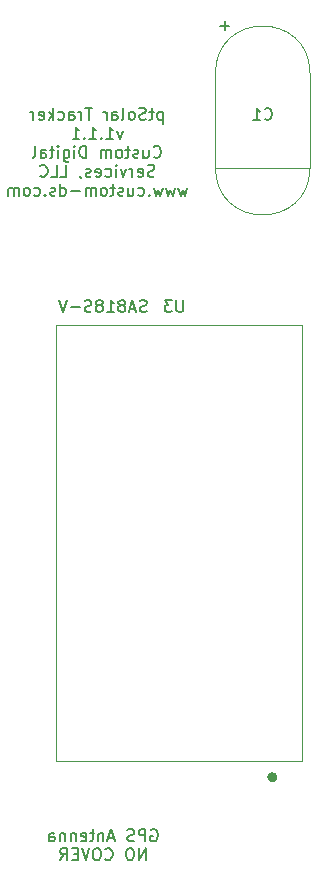
<source format=gbr>
%TF.GenerationSoftware,KiCad,Pcbnew,9.0.0*%
%TF.CreationDate,2025-03-01T12:53:57-06:00*%
%TF.ProjectId,ptSolar,7074536f-6c61-4722-9e6b-696361645f70,rev?*%
%TF.SameCoordinates,Original*%
%TF.FileFunction,Legend,Bot*%
%TF.FilePolarity,Positive*%
%FSLAX46Y46*%
G04 Gerber Fmt 4.6, Leading zero omitted, Abs format (unit mm)*
G04 Created by KiCad (PCBNEW 9.0.0) date 2025-03-01 12:53:57*
%MOMM*%
%LPD*%
G01*
G04 APERTURE LIST*
%ADD10C,0.150000*%
%ADD11C,0.100000*%
%ADD12C,0.450000*%
G04 APERTURE END LIST*
D10*
X151797620Y-76013376D02*
X151797620Y-77013376D01*
X151797620Y-76060995D02*
X151702382Y-76013376D01*
X151702382Y-76013376D02*
X151511906Y-76013376D01*
X151511906Y-76013376D02*
X151416668Y-76060995D01*
X151416668Y-76060995D02*
X151369049Y-76108614D01*
X151369049Y-76108614D02*
X151321430Y-76203852D01*
X151321430Y-76203852D02*
X151321430Y-76489566D01*
X151321430Y-76489566D02*
X151369049Y-76584804D01*
X151369049Y-76584804D02*
X151416668Y-76632424D01*
X151416668Y-76632424D02*
X151511906Y-76680043D01*
X151511906Y-76680043D02*
X151702382Y-76680043D01*
X151702382Y-76680043D02*
X151797620Y-76632424D01*
X151035715Y-76013376D02*
X150654763Y-76013376D01*
X150892858Y-75680043D02*
X150892858Y-76537185D01*
X150892858Y-76537185D02*
X150845239Y-76632424D01*
X150845239Y-76632424D02*
X150750001Y-76680043D01*
X150750001Y-76680043D02*
X150654763Y-76680043D01*
X150369048Y-76632424D02*
X150226191Y-76680043D01*
X150226191Y-76680043D02*
X149988096Y-76680043D01*
X149988096Y-76680043D02*
X149892858Y-76632424D01*
X149892858Y-76632424D02*
X149845239Y-76584804D01*
X149845239Y-76584804D02*
X149797620Y-76489566D01*
X149797620Y-76489566D02*
X149797620Y-76394328D01*
X149797620Y-76394328D02*
X149845239Y-76299090D01*
X149845239Y-76299090D02*
X149892858Y-76251471D01*
X149892858Y-76251471D02*
X149988096Y-76203852D01*
X149988096Y-76203852D02*
X150178572Y-76156233D01*
X150178572Y-76156233D02*
X150273810Y-76108614D01*
X150273810Y-76108614D02*
X150321429Y-76060995D01*
X150321429Y-76060995D02*
X150369048Y-75965757D01*
X150369048Y-75965757D02*
X150369048Y-75870519D01*
X150369048Y-75870519D02*
X150321429Y-75775281D01*
X150321429Y-75775281D02*
X150273810Y-75727662D01*
X150273810Y-75727662D02*
X150178572Y-75680043D01*
X150178572Y-75680043D02*
X149940477Y-75680043D01*
X149940477Y-75680043D02*
X149797620Y-75727662D01*
X149226191Y-76680043D02*
X149321429Y-76632424D01*
X149321429Y-76632424D02*
X149369048Y-76584804D01*
X149369048Y-76584804D02*
X149416667Y-76489566D01*
X149416667Y-76489566D02*
X149416667Y-76203852D01*
X149416667Y-76203852D02*
X149369048Y-76108614D01*
X149369048Y-76108614D02*
X149321429Y-76060995D01*
X149321429Y-76060995D02*
X149226191Y-76013376D01*
X149226191Y-76013376D02*
X149083334Y-76013376D01*
X149083334Y-76013376D02*
X148988096Y-76060995D01*
X148988096Y-76060995D02*
X148940477Y-76108614D01*
X148940477Y-76108614D02*
X148892858Y-76203852D01*
X148892858Y-76203852D02*
X148892858Y-76489566D01*
X148892858Y-76489566D02*
X148940477Y-76584804D01*
X148940477Y-76584804D02*
X148988096Y-76632424D01*
X148988096Y-76632424D02*
X149083334Y-76680043D01*
X149083334Y-76680043D02*
X149226191Y-76680043D01*
X148321429Y-76680043D02*
X148416667Y-76632424D01*
X148416667Y-76632424D02*
X148464286Y-76537185D01*
X148464286Y-76537185D02*
X148464286Y-75680043D01*
X147511905Y-76680043D02*
X147511905Y-76156233D01*
X147511905Y-76156233D02*
X147559524Y-76060995D01*
X147559524Y-76060995D02*
X147654762Y-76013376D01*
X147654762Y-76013376D02*
X147845238Y-76013376D01*
X147845238Y-76013376D02*
X147940476Y-76060995D01*
X147511905Y-76632424D02*
X147607143Y-76680043D01*
X147607143Y-76680043D02*
X147845238Y-76680043D01*
X147845238Y-76680043D02*
X147940476Y-76632424D01*
X147940476Y-76632424D02*
X147988095Y-76537185D01*
X147988095Y-76537185D02*
X147988095Y-76441947D01*
X147988095Y-76441947D02*
X147940476Y-76346709D01*
X147940476Y-76346709D02*
X147845238Y-76299090D01*
X147845238Y-76299090D02*
X147607143Y-76299090D01*
X147607143Y-76299090D02*
X147511905Y-76251471D01*
X147035714Y-76680043D02*
X147035714Y-76013376D01*
X147035714Y-76203852D02*
X146988095Y-76108614D01*
X146988095Y-76108614D02*
X146940476Y-76060995D01*
X146940476Y-76060995D02*
X146845238Y-76013376D01*
X146845238Y-76013376D02*
X146750000Y-76013376D01*
X145797618Y-75680043D02*
X145226190Y-75680043D01*
X145511904Y-76680043D02*
X145511904Y-75680043D01*
X144892856Y-76680043D02*
X144892856Y-76013376D01*
X144892856Y-76203852D02*
X144845237Y-76108614D01*
X144845237Y-76108614D02*
X144797618Y-76060995D01*
X144797618Y-76060995D02*
X144702380Y-76013376D01*
X144702380Y-76013376D02*
X144607142Y-76013376D01*
X143845237Y-76680043D02*
X143845237Y-76156233D01*
X143845237Y-76156233D02*
X143892856Y-76060995D01*
X143892856Y-76060995D02*
X143988094Y-76013376D01*
X143988094Y-76013376D02*
X144178570Y-76013376D01*
X144178570Y-76013376D02*
X144273808Y-76060995D01*
X143845237Y-76632424D02*
X143940475Y-76680043D01*
X143940475Y-76680043D02*
X144178570Y-76680043D01*
X144178570Y-76680043D02*
X144273808Y-76632424D01*
X144273808Y-76632424D02*
X144321427Y-76537185D01*
X144321427Y-76537185D02*
X144321427Y-76441947D01*
X144321427Y-76441947D02*
X144273808Y-76346709D01*
X144273808Y-76346709D02*
X144178570Y-76299090D01*
X144178570Y-76299090D02*
X143940475Y-76299090D01*
X143940475Y-76299090D02*
X143845237Y-76251471D01*
X142940475Y-76632424D02*
X143035713Y-76680043D01*
X143035713Y-76680043D02*
X143226189Y-76680043D01*
X143226189Y-76680043D02*
X143321427Y-76632424D01*
X143321427Y-76632424D02*
X143369046Y-76584804D01*
X143369046Y-76584804D02*
X143416665Y-76489566D01*
X143416665Y-76489566D02*
X143416665Y-76203852D01*
X143416665Y-76203852D02*
X143369046Y-76108614D01*
X143369046Y-76108614D02*
X143321427Y-76060995D01*
X143321427Y-76060995D02*
X143226189Y-76013376D01*
X143226189Y-76013376D02*
X143035713Y-76013376D01*
X143035713Y-76013376D02*
X142940475Y-76060995D01*
X142511903Y-76680043D02*
X142511903Y-75680043D01*
X142416665Y-76299090D02*
X142130951Y-76680043D01*
X142130951Y-76013376D02*
X142511903Y-76394328D01*
X141321427Y-76632424D02*
X141416665Y-76680043D01*
X141416665Y-76680043D02*
X141607141Y-76680043D01*
X141607141Y-76680043D02*
X141702379Y-76632424D01*
X141702379Y-76632424D02*
X141749998Y-76537185D01*
X141749998Y-76537185D02*
X141749998Y-76156233D01*
X141749998Y-76156233D02*
X141702379Y-76060995D01*
X141702379Y-76060995D02*
X141607141Y-76013376D01*
X141607141Y-76013376D02*
X141416665Y-76013376D01*
X141416665Y-76013376D02*
X141321427Y-76060995D01*
X141321427Y-76060995D02*
X141273808Y-76156233D01*
X141273808Y-76156233D02*
X141273808Y-76251471D01*
X141273808Y-76251471D02*
X141749998Y-76346709D01*
X140845236Y-76680043D02*
X140845236Y-76013376D01*
X140845236Y-76203852D02*
X140797617Y-76108614D01*
X140797617Y-76108614D02*
X140749998Y-76060995D01*
X140749998Y-76060995D02*
X140654760Y-76013376D01*
X140654760Y-76013376D02*
X140559522Y-76013376D01*
X148392856Y-77623320D02*
X148154761Y-78289987D01*
X148154761Y-78289987D02*
X147916666Y-77623320D01*
X147011904Y-78289987D02*
X147583332Y-78289987D01*
X147297618Y-78289987D02*
X147297618Y-77289987D01*
X147297618Y-77289987D02*
X147392856Y-77432844D01*
X147392856Y-77432844D02*
X147488094Y-77528082D01*
X147488094Y-77528082D02*
X147583332Y-77575701D01*
X146583332Y-78194748D02*
X146535713Y-78242368D01*
X146535713Y-78242368D02*
X146583332Y-78289987D01*
X146583332Y-78289987D02*
X146630951Y-78242368D01*
X146630951Y-78242368D02*
X146583332Y-78194748D01*
X146583332Y-78194748D02*
X146583332Y-78289987D01*
X145583333Y-78289987D02*
X146154761Y-78289987D01*
X145869047Y-78289987D02*
X145869047Y-77289987D01*
X145869047Y-77289987D02*
X145964285Y-77432844D01*
X145964285Y-77432844D02*
X146059523Y-77528082D01*
X146059523Y-77528082D02*
X146154761Y-77575701D01*
X145154761Y-78194748D02*
X145107142Y-78242368D01*
X145107142Y-78242368D02*
X145154761Y-78289987D01*
X145154761Y-78289987D02*
X145202380Y-78242368D01*
X145202380Y-78242368D02*
X145154761Y-78194748D01*
X145154761Y-78194748D02*
X145154761Y-78289987D01*
X144154762Y-78289987D02*
X144726190Y-78289987D01*
X144440476Y-78289987D02*
X144440476Y-77289987D01*
X144440476Y-77289987D02*
X144535714Y-77432844D01*
X144535714Y-77432844D02*
X144630952Y-77528082D01*
X144630952Y-77528082D02*
X144726190Y-77575701D01*
X151011905Y-79804692D02*
X151059524Y-79852312D01*
X151059524Y-79852312D02*
X151202381Y-79899931D01*
X151202381Y-79899931D02*
X151297619Y-79899931D01*
X151297619Y-79899931D02*
X151440476Y-79852312D01*
X151440476Y-79852312D02*
X151535714Y-79757073D01*
X151535714Y-79757073D02*
X151583333Y-79661835D01*
X151583333Y-79661835D02*
X151630952Y-79471359D01*
X151630952Y-79471359D02*
X151630952Y-79328502D01*
X151630952Y-79328502D02*
X151583333Y-79138026D01*
X151583333Y-79138026D02*
X151535714Y-79042788D01*
X151535714Y-79042788D02*
X151440476Y-78947550D01*
X151440476Y-78947550D02*
X151297619Y-78899931D01*
X151297619Y-78899931D02*
X151202381Y-78899931D01*
X151202381Y-78899931D02*
X151059524Y-78947550D01*
X151059524Y-78947550D02*
X151011905Y-78995169D01*
X150154762Y-79233264D02*
X150154762Y-79899931D01*
X150583333Y-79233264D02*
X150583333Y-79757073D01*
X150583333Y-79757073D02*
X150535714Y-79852312D01*
X150535714Y-79852312D02*
X150440476Y-79899931D01*
X150440476Y-79899931D02*
X150297619Y-79899931D01*
X150297619Y-79899931D02*
X150202381Y-79852312D01*
X150202381Y-79852312D02*
X150154762Y-79804692D01*
X149726190Y-79852312D02*
X149630952Y-79899931D01*
X149630952Y-79899931D02*
X149440476Y-79899931D01*
X149440476Y-79899931D02*
X149345238Y-79852312D01*
X149345238Y-79852312D02*
X149297619Y-79757073D01*
X149297619Y-79757073D02*
X149297619Y-79709454D01*
X149297619Y-79709454D02*
X149345238Y-79614216D01*
X149345238Y-79614216D02*
X149440476Y-79566597D01*
X149440476Y-79566597D02*
X149583333Y-79566597D01*
X149583333Y-79566597D02*
X149678571Y-79518978D01*
X149678571Y-79518978D02*
X149726190Y-79423740D01*
X149726190Y-79423740D02*
X149726190Y-79376121D01*
X149726190Y-79376121D02*
X149678571Y-79280883D01*
X149678571Y-79280883D02*
X149583333Y-79233264D01*
X149583333Y-79233264D02*
X149440476Y-79233264D01*
X149440476Y-79233264D02*
X149345238Y-79280883D01*
X149011904Y-79233264D02*
X148630952Y-79233264D01*
X148869047Y-78899931D02*
X148869047Y-79757073D01*
X148869047Y-79757073D02*
X148821428Y-79852312D01*
X148821428Y-79852312D02*
X148726190Y-79899931D01*
X148726190Y-79899931D02*
X148630952Y-79899931D01*
X148154761Y-79899931D02*
X148249999Y-79852312D01*
X148249999Y-79852312D02*
X148297618Y-79804692D01*
X148297618Y-79804692D02*
X148345237Y-79709454D01*
X148345237Y-79709454D02*
X148345237Y-79423740D01*
X148345237Y-79423740D02*
X148297618Y-79328502D01*
X148297618Y-79328502D02*
X148249999Y-79280883D01*
X148249999Y-79280883D02*
X148154761Y-79233264D01*
X148154761Y-79233264D02*
X148011904Y-79233264D01*
X148011904Y-79233264D02*
X147916666Y-79280883D01*
X147916666Y-79280883D02*
X147869047Y-79328502D01*
X147869047Y-79328502D02*
X147821428Y-79423740D01*
X147821428Y-79423740D02*
X147821428Y-79709454D01*
X147821428Y-79709454D02*
X147869047Y-79804692D01*
X147869047Y-79804692D02*
X147916666Y-79852312D01*
X147916666Y-79852312D02*
X148011904Y-79899931D01*
X148011904Y-79899931D02*
X148154761Y-79899931D01*
X147392856Y-79899931D02*
X147392856Y-79233264D01*
X147392856Y-79328502D02*
X147345237Y-79280883D01*
X147345237Y-79280883D02*
X147249999Y-79233264D01*
X147249999Y-79233264D02*
X147107142Y-79233264D01*
X147107142Y-79233264D02*
X147011904Y-79280883D01*
X147011904Y-79280883D02*
X146964285Y-79376121D01*
X146964285Y-79376121D02*
X146964285Y-79899931D01*
X146964285Y-79376121D02*
X146916666Y-79280883D01*
X146916666Y-79280883D02*
X146821428Y-79233264D01*
X146821428Y-79233264D02*
X146678571Y-79233264D01*
X146678571Y-79233264D02*
X146583332Y-79280883D01*
X146583332Y-79280883D02*
X146535713Y-79376121D01*
X146535713Y-79376121D02*
X146535713Y-79899931D01*
X145297618Y-79899931D02*
X145297618Y-78899931D01*
X145297618Y-78899931D02*
X145059523Y-78899931D01*
X145059523Y-78899931D02*
X144916666Y-78947550D01*
X144916666Y-78947550D02*
X144821428Y-79042788D01*
X144821428Y-79042788D02*
X144773809Y-79138026D01*
X144773809Y-79138026D02*
X144726190Y-79328502D01*
X144726190Y-79328502D02*
X144726190Y-79471359D01*
X144726190Y-79471359D02*
X144773809Y-79661835D01*
X144773809Y-79661835D02*
X144821428Y-79757073D01*
X144821428Y-79757073D02*
X144916666Y-79852312D01*
X144916666Y-79852312D02*
X145059523Y-79899931D01*
X145059523Y-79899931D02*
X145297618Y-79899931D01*
X144297618Y-79899931D02*
X144297618Y-79233264D01*
X144297618Y-78899931D02*
X144345237Y-78947550D01*
X144345237Y-78947550D02*
X144297618Y-78995169D01*
X144297618Y-78995169D02*
X144249999Y-78947550D01*
X144249999Y-78947550D02*
X144297618Y-78899931D01*
X144297618Y-78899931D02*
X144297618Y-78995169D01*
X143392857Y-79233264D02*
X143392857Y-80042788D01*
X143392857Y-80042788D02*
X143440476Y-80138026D01*
X143440476Y-80138026D02*
X143488095Y-80185645D01*
X143488095Y-80185645D02*
X143583333Y-80233264D01*
X143583333Y-80233264D02*
X143726190Y-80233264D01*
X143726190Y-80233264D02*
X143821428Y-80185645D01*
X143392857Y-79852312D02*
X143488095Y-79899931D01*
X143488095Y-79899931D02*
X143678571Y-79899931D01*
X143678571Y-79899931D02*
X143773809Y-79852312D01*
X143773809Y-79852312D02*
X143821428Y-79804692D01*
X143821428Y-79804692D02*
X143869047Y-79709454D01*
X143869047Y-79709454D02*
X143869047Y-79423740D01*
X143869047Y-79423740D02*
X143821428Y-79328502D01*
X143821428Y-79328502D02*
X143773809Y-79280883D01*
X143773809Y-79280883D02*
X143678571Y-79233264D01*
X143678571Y-79233264D02*
X143488095Y-79233264D01*
X143488095Y-79233264D02*
X143392857Y-79280883D01*
X142916666Y-79899931D02*
X142916666Y-79233264D01*
X142916666Y-78899931D02*
X142964285Y-78947550D01*
X142964285Y-78947550D02*
X142916666Y-78995169D01*
X142916666Y-78995169D02*
X142869047Y-78947550D01*
X142869047Y-78947550D02*
X142916666Y-78899931D01*
X142916666Y-78899931D02*
X142916666Y-78995169D01*
X142583333Y-79233264D02*
X142202381Y-79233264D01*
X142440476Y-78899931D02*
X142440476Y-79757073D01*
X142440476Y-79757073D02*
X142392857Y-79852312D01*
X142392857Y-79852312D02*
X142297619Y-79899931D01*
X142297619Y-79899931D02*
X142202381Y-79899931D01*
X141440476Y-79899931D02*
X141440476Y-79376121D01*
X141440476Y-79376121D02*
X141488095Y-79280883D01*
X141488095Y-79280883D02*
X141583333Y-79233264D01*
X141583333Y-79233264D02*
X141773809Y-79233264D01*
X141773809Y-79233264D02*
X141869047Y-79280883D01*
X141440476Y-79852312D02*
X141535714Y-79899931D01*
X141535714Y-79899931D02*
X141773809Y-79899931D01*
X141773809Y-79899931D02*
X141869047Y-79852312D01*
X141869047Y-79852312D02*
X141916666Y-79757073D01*
X141916666Y-79757073D02*
X141916666Y-79661835D01*
X141916666Y-79661835D02*
X141869047Y-79566597D01*
X141869047Y-79566597D02*
X141773809Y-79518978D01*
X141773809Y-79518978D02*
X141535714Y-79518978D01*
X141535714Y-79518978D02*
X141440476Y-79471359D01*
X140821428Y-79899931D02*
X140916666Y-79852312D01*
X140916666Y-79852312D02*
X140964285Y-79757073D01*
X140964285Y-79757073D02*
X140964285Y-78899931D01*
X151083333Y-81462256D02*
X150940476Y-81509875D01*
X150940476Y-81509875D02*
X150702381Y-81509875D01*
X150702381Y-81509875D02*
X150607143Y-81462256D01*
X150607143Y-81462256D02*
X150559524Y-81414636D01*
X150559524Y-81414636D02*
X150511905Y-81319398D01*
X150511905Y-81319398D02*
X150511905Y-81224160D01*
X150511905Y-81224160D02*
X150559524Y-81128922D01*
X150559524Y-81128922D02*
X150607143Y-81081303D01*
X150607143Y-81081303D02*
X150702381Y-81033684D01*
X150702381Y-81033684D02*
X150892857Y-80986065D01*
X150892857Y-80986065D02*
X150988095Y-80938446D01*
X150988095Y-80938446D02*
X151035714Y-80890827D01*
X151035714Y-80890827D02*
X151083333Y-80795589D01*
X151083333Y-80795589D02*
X151083333Y-80700351D01*
X151083333Y-80700351D02*
X151035714Y-80605113D01*
X151035714Y-80605113D02*
X150988095Y-80557494D01*
X150988095Y-80557494D02*
X150892857Y-80509875D01*
X150892857Y-80509875D02*
X150654762Y-80509875D01*
X150654762Y-80509875D02*
X150511905Y-80557494D01*
X149702381Y-81462256D02*
X149797619Y-81509875D01*
X149797619Y-81509875D02*
X149988095Y-81509875D01*
X149988095Y-81509875D02*
X150083333Y-81462256D01*
X150083333Y-81462256D02*
X150130952Y-81367017D01*
X150130952Y-81367017D02*
X150130952Y-80986065D01*
X150130952Y-80986065D02*
X150083333Y-80890827D01*
X150083333Y-80890827D02*
X149988095Y-80843208D01*
X149988095Y-80843208D02*
X149797619Y-80843208D01*
X149797619Y-80843208D02*
X149702381Y-80890827D01*
X149702381Y-80890827D02*
X149654762Y-80986065D01*
X149654762Y-80986065D02*
X149654762Y-81081303D01*
X149654762Y-81081303D02*
X150130952Y-81176541D01*
X149226190Y-81509875D02*
X149226190Y-80843208D01*
X149226190Y-81033684D02*
X149178571Y-80938446D01*
X149178571Y-80938446D02*
X149130952Y-80890827D01*
X149130952Y-80890827D02*
X149035714Y-80843208D01*
X149035714Y-80843208D02*
X148940476Y-80843208D01*
X148702380Y-80843208D02*
X148464285Y-81509875D01*
X148464285Y-81509875D02*
X148226190Y-80843208D01*
X147845237Y-81509875D02*
X147845237Y-80843208D01*
X147845237Y-80509875D02*
X147892856Y-80557494D01*
X147892856Y-80557494D02*
X147845237Y-80605113D01*
X147845237Y-80605113D02*
X147797618Y-80557494D01*
X147797618Y-80557494D02*
X147845237Y-80509875D01*
X147845237Y-80509875D02*
X147845237Y-80605113D01*
X146940476Y-81462256D02*
X147035714Y-81509875D01*
X147035714Y-81509875D02*
X147226190Y-81509875D01*
X147226190Y-81509875D02*
X147321428Y-81462256D01*
X147321428Y-81462256D02*
X147369047Y-81414636D01*
X147369047Y-81414636D02*
X147416666Y-81319398D01*
X147416666Y-81319398D02*
X147416666Y-81033684D01*
X147416666Y-81033684D02*
X147369047Y-80938446D01*
X147369047Y-80938446D02*
X147321428Y-80890827D01*
X147321428Y-80890827D02*
X147226190Y-80843208D01*
X147226190Y-80843208D02*
X147035714Y-80843208D01*
X147035714Y-80843208D02*
X146940476Y-80890827D01*
X146130952Y-81462256D02*
X146226190Y-81509875D01*
X146226190Y-81509875D02*
X146416666Y-81509875D01*
X146416666Y-81509875D02*
X146511904Y-81462256D01*
X146511904Y-81462256D02*
X146559523Y-81367017D01*
X146559523Y-81367017D02*
X146559523Y-80986065D01*
X146559523Y-80986065D02*
X146511904Y-80890827D01*
X146511904Y-80890827D02*
X146416666Y-80843208D01*
X146416666Y-80843208D02*
X146226190Y-80843208D01*
X146226190Y-80843208D02*
X146130952Y-80890827D01*
X146130952Y-80890827D02*
X146083333Y-80986065D01*
X146083333Y-80986065D02*
X146083333Y-81081303D01*
X146083333Y-81081303D02*
X146559523Y-81176541D01*
X145702380Y-81462256D02*
X145607142Y-81509875D01*
X145607142Y-81509875D02*
X145416666Y-81509875D01*
X145416666Y-81509875D02*
X145321428Y-81462256D01*
X145321428Y-81462256D02*
X145273809Y-81367017D01*
X145273809Y-81367017D02*
X145273809Y-81319398D01*
X145273809Y-81319398D02*
X145321428Y-81224160D01*
X145321428Y-81224160D02*
X145416666Y-81176541D01*
X145416666Y-81176541D02*
X145559523Y-81176541D01*
X145559523Y-81176541D02*
X145654761Y-81128922D01*
X145654761Y-81128922D02*
X145702380Y-81033684D01*
X145702380Y-81033684D02*
X145702380Y-80986065D01*
X145702380Y-80986065D02*
X145654761Y-80890827D01*
X145654761Y-80890827D02*
X145559523Y-80843208D01*
X145559523Y-80843208D02*
X145416666Y-80843208D01*
X145416666Y-80843208D02*
X145321428Y-80890827D01*
X144797618Y-81462256D02*
X144797618Y-81509875D01*
X144797618Y-81509875D02*
X144845237Y-81605113D01*
X144845237Y-81605113D02*
X144892856Y-81652732D01*
X143130952Y-81509875D02*
X143607142Y-81509875D01*
X143607142Y-81509875D02*
X143607142Y-80509875D01*
X142321428Y-81509875D02*
X142797618Y-81509875D01*
X142797618Y-81509875D02*
X142797618Y-80509875D01*
X141416666Y-81414636D02*
X141464285Y-81462256D01*
X141464285Y-81462256D02*
X141607142Y-81509875D01*
X141607142Y-81509875D02*
X141702380Y-81509875D01*
X141702380Y-81509875D02*
X141845237Y-81462256D01*
X141845237Y-81462256D02*
X141940475Y-81367017D01*
X141940475Y-81367017D02*
X141988094Y-81271779D01*
X141988094Y-81271779D02*
X142035713Y-81081303D01*
X142035713Y-81081303D02*
X142035713Y-80938446D01*
X142035713Y-80938446D02*
X141988094Y-80747970D01*
X141988094Y-80747970D02*
X141940475Y-80652732D01*
X141940475Y-80652732D02*
X141845237Y-80557494D01*
X141845237Y-80557494D02*
X141702380Y-80509875D01*
X141702380Y-80509875D02*
X141607142Y-80509875D01*
X141607142Y-80509875D02*
X141464285Y-80557494D01*
X141464285Y-80557494D02*
X141416666Y-80605113D01*
X153869046Y-82453152D02*
X153678570Y-83119819D01*
X153678570Y-83119819D02*
X153488094Y-82643628D01*
X153488094Y-82643628D02*
X153297618Y-83119819D01*
X153297618Y-83119819D02*
X153107142Y-82453152D01*
X152821427Y-82453152D02*
X152630951Y-83119819D01*
X152630951Y-83119819D02*
X152440475Y-82643628D01*
X152440475Y-82643628D02*
X152249999Y-83119819D01*
X152249999Y-83119819D02*
X152059523Y-82453152D01*
X151773808Y-82453152D02*
X151583332Y-83119819D01*
X151583332Y-83119819D02*
X151392856Y-82643628D01*
X151392856Y-82643628D02*
X151202380Y-83119819D01*
X151202380Y-83119819D02*
X151011904Y-82453152D01*
X150630951Y-83024580D02*
X150583332Y-83072200D01*
X150583332Y-83072200D02*
X150630951Y-83119819D01*
X150630951Y-83119819D02*
X150678570Y-83072200D01*
X150678570Y-83072200D02*
X150630951Y-83024580D01*
X150630951Y-83024580D02*
X150630951Y-83119819D01*
X149726190Y-83072200D02*
X149821428Y-83119819D01*
X149821428Y-83119819D02*
X150011904Y-83119819D01*
X150011904Y-83119819D02*
X150107142Y-83072200D01*
X150107142Y-83072200D02*
X150154761Y-83024580D01*
X150154761Y-83024580D02*
X150202380Y-82929342D01*
X150202380Y-82929342D02*
X150202380Y-82643628D01*
X150202380Y-82643628D02*
X150154761Y-82548390D01*
X150154761Y-82548390D02*
X150107142Y-82500771D01*
X150107142Y-82500771D02*
X150011904Y-82453152D01*
X150011904Y-82453152D02*
X149821428Y-82453152D01*
X149821428Y-82453152D02*
X149726190Y-82500771D01*
X148869047Y-82453152D02*
X148869047Y-83119819D01*
X149297618Y-82453152D02*
X149297618Y-82976961D01*
X149297618Y-82976961D02*
X149249999Y-83072200D01*
X149249999Y-83072200D02*
X149154761Y-83119819D01*
X149154761Y-83119819D02*
X149011904Y-83119819D01*
X149011904Y-83119819D02*
X148916666Y-83072200D01*
X148916666Y-83072200D02*
X148869047Y-83024580D01*
X148440475Y-83072200D02*
X148345237Y-83119819D01*
X148345237Y-83119819D02*
X148154761Y-83119819D01*
X148154761Y-83119819D02*
X148059523Y-83072200D01*
X148059523Y-83072200D02*
X148011904Y-82976961D01*
X148011904Y-82976961D02*
X148011904Y-82929342D01*
X148011904Y-82929342D02*
X148059523Y-82834104D01*
X148059523Y-82834104D02*
X148154761Y-82786485D01*
X148154761Y-82786485D02*
X148297618Y-82786485D01*
X148297618Y-82786485D02*
X148392856Y-82738866D01*
X148392856Y-82738866D02*
X148440475Y-82643628D01*
X148440475Y-82643628D02*
X148440475Y-82596009D01*
X148440475Y-82596009D02*
X148392856Y-82500771D01*
X148392856Y-82500771D02*
X148297618Y-82453152D01*
X148297618Y-82453152D02*
X148154761Y-82453152D01*
X148154761Y-82453152D02*
X148059523Y-82500771D01*
X147726189Y-82453152D02*
X147345237Y-82453152D01*
X147583332Y-82119819D02*
X147583332Y-82976961D01*
X147583332Y-82976961D02*
X147535713Y-83072200D01*
X147535713Y-83072200D02*
X147440475Y-83119819D01*
X147440475Y-83119819D02*
X147345237Y-83119819D01*
X146869046Y-83119819D02*
X146964284Y-83072200D01*
X146964284Y-83072200D02*
X147011903Y-83024580D01*
X147011903Y-83024580D02*
X147059522Y-82929342D01*
X147059522Y-82929342D02*
X147059522Y-82643628D01*
X147059522Y-82643628D02*
X147011903Y-82548390D01*
X147011903Y-82548390D02*
X146964284Y-82500771D01*
X146964284Y-82500771D02*
X146869046Y-82453152D01*
X146869046Y-82453152D02*
X146726189Y-82453152D01*
X146726189Y-82453152D02*
X146630951Y-82500771D01*
X146630951Y-82500771D02*
X146583332Y-82548390D01*
X146583332Y-82548390D02*
X146535713Y-82643628D01*
X146535713Y-82643628D02*
X146535713Y-82929342D01*
X146535713Y-82929342D02*
X146583332Y-83024580D01*
X146583332Y-83024580D02*
X146630951Y-83072200D01*
X146630951Y-83072200D02*
X146726189Y-83119819D01*
X146726189Y-83119819D02*
X146869046Y-83119819D01*
X146107141Y-83119819D02*
X146107141Y-82453152D01*
X146107141Y-82548390D02*
X146059522Y-82500771D01*
X146059522Y-82500771D02*
X145964284Y-82453152D01*
X145964284Y-82453152D02*
X145821427Y-82453152D01*
X145821427Y-82453152D02*
X145726189Y-82500771D01*
X145726189Y-82500771D02*
X145678570Y-82596009D01*
X145678570Y-82596009D02*
X145678570Y-83119819D01*
X145678570Y-82596009D02*
X145630951Y-82500771D01*
X145630951Y-82500771D02*
X145535713Y-82453152D01*
X145535713Y-82453152D02*
X145392856Y-82453152D01*
X145392856Y-82453152D02*
X145297617Y-82500771D01*
X145297617Y-82500771D02*
X145249998Y-82596009D01*
X145249998Y-82596009D02*
X145249998Y-83119819D01*
X144773808Y-82738866D02*
X144011904Y-82738866D01*
X143107142Y-83119819D02*
X143107142Y-82119819D01*
X143107142Y-83072200D02*
X143202380Y-83119819D01*
X143202380Y-83119819D02*
X143392856Y-83119819D01*
X143392856Y-83119819D02*
X143488094Y-83072200D01*
X143488094Y-83072200D02*
X143535713Y-83024580D01*
X143535713Y-83024580D02*
X143583332Y-82929342D01*
X143583332Y-82929342D02*
X143583332Y-82643628D01*
X143583332Y-82643628D02*
X143535713Y-82548390D01*
X143535713Y-82548390D02*
X143488094Y-82500771D01*
X143488094Y-82500771D02*
X143392856Y-82453152D01*
X143392856Y-82453152D02*
X143202380Y-82453152D01*
X143202380Y-82453152D02*
X143107142Y-82500771D01*
X142678570Y-83072200D02*
X142583332Y-83119819D01*
X142583332Y-83119819D02*
X142392856Y-83119819D01*
X142392856Y-83119819D02*
X142297618Y-83072200D01*
X142297618Y-83072200D02*
X142249999Y-82976961D01*
X142249999Y-82976961D02*
X142249999Y-82929342D01*
X142249999Y-82929342D02*
X142297618Y-82834104D01*
X142297618Y-82834104D02*
X142392856Y-82786485D01*
X142392856Y-82786485D02*
X142535713Y-82786485D01*
X142535713Y-82786485D02*
X142630951Y-82738866D01*
X142630951Y-82738866D02*
X142678570Y-82643628D01*
X142678570Y-82643628D02*
X142678570Y-82596009D01*
X142678570Y-82596009D02*
X142630951Y-82500771D01*
X142630951Y-82500771D02*
X142535713Y-82453152D01*
X142535713Y-82453152D02*
X142392856Y-82453152D01*
X142392856Y-82453152D02*
X142297618Y-82500771D01*
X141821427Y-83024580D02*
X141773808Y-83072200D01*
X141773808Y-83072200D02*
X141821427Y-83119819D01*
X141821427Y-83119819D02*
X141869046Y-83072200D01*
X141869046Y-83072200D02*
X141821427Y-83024580D01*
X141821427Y-83024580D02*
X141821427Y-83119819D01*
X140916666Y-83072200D02*
X141011904Y-83119819D01*
X141011904Y-83119819D02*
X141202380Y-83119819D01*
X141202380Y-83119819D02*
X141297618Y-83072200D01*
X141297618Y-83072200D02*
X141345237Y-83024580D01*
X141345237Y-83024580D02*
X141392856Y-82929342D01*
X141392856Y-82929342D02*
X141392856Y-82643628D01*
X141392856Y-82643628D02*
X141345237Y-82548390D01*
X141345237Y-82548390D02*
X141297618Y-82500771D01*
X141297618Y-82500771D02*
X141202380Y-82453152D01*
X141202380Y-82453152D02*
X141011904Y-82453152D01*
X141011904Y-82453152D02*
X140916666Y-82500771D01*
X140345237Y-83119819D02*
X140440475Y-83072200D01*
X140440475Y-83072200D02*
X140488094Y-83024580D01*
X140488094Y-83024580D02*
X140535713Y-82929342D01*
X140535713Y-82929342D02*
X140535713Y-82643628D01*
X140535713Y-82643628D02*
X140488094Y-82548390D01*
X140488094Y-82548390D02*
X140440475Y-82500771D01*
X140440475Y-82500771D02*
X140345237Y-82453152D01*
X140345237Y-82453152D02*
X140202380Y-82453152D01*
X140202380Y-82453152D02*
X140107142Y-82500771D01*
X140107142Y-82500771D02*
X140059523Y-82548390D01*
X140059523Y-82548390D02*
X140011904Y-82643628D01*
X140011904Y-82643628D02*
X140011904Y-82929342D01*
X140011904Y-82929342D02*
X140059523Y-83024580D01*
X140059523Y-83024580D02*
X140107142Y-83072200D01*
X140107142Y-83072200D02*
X140202380Y-83119819D01*
X140202380Y-83119819D02*
X140345237Y-83119819D01*
X139583332Y-83119819D02*
X139583332Y-82453152D01*
X139583332Y-82548390D02*
X139535713Y-82500771D01*
X139535713Y-82500771D02*
X139440475Y-82453152D01*
X139440475Y-82453152D02*
X139297618Y-82453152D01*
X139297618Y-82453152D02*
X139202380Y-82500771D01*
X139202380Y-82500771D02*
X139154761Y-82596009D01*
X139154761Y-82596009D02*
X139154761Y-83119819D01*
X139154761Y-82596009D02*
X139107142Y-82500771D01*
X139107142Y-82500771D02*
X139011904Y-82453152D01*
X139011904Y-82453152D02*
X138869047Y-82453152D01*
X138869047Y-82453152D02*
X138773808Y-82500771D01*
X138773808Y-82500771D02*
X138726189Y-82596009D01*
X138726189Y-82596009D02*
X138726189Y-83119819D01*
X150797619Y-136807494D02*
X150892857Y-136759875D01*
X150892857Y-136759875D02*
X151035714Y-136759875D01*
X151035714Y-136759875D02*
X151178571Y-136807494D01*
X151178571Y-136807494D02*
X151273809Y-136902732D01*
X151273809Y-136902732D02*
X151321428Y-136997970D01*
X151321428Y-136997970D02*
X151369047Y-137188446D01*
X151369047Y-137188446D02*
X151369047Y-137331303D01*
X151369047Y-137331303D02*
X151321428Y-137521779D01*
X151321428Y-137521779D02*
X151273809Y-137617017D01*
X151273809Y-137617017D02*
X151178571Y-137712256D01*
X151178571Y-137712256D02*
X151035714Y-137759875D01*
X151035714Y-137759875D02*
X150940476Y-137759875D01*
X150940476Y-137759875D02*
X150797619Y-137712256D01*
X150797619Y-137712256D02*
X150750000Y-137664636D01*
X150750000Y-137664636D02*
X150750000Y-137331303D01*
X150750000Y-137331303D02*
X150940476Y-137331303D01*
X150321428Y-137759875D02*
X150321428Y-136759875D01*
X150321428Y-136759875D02*
X149940476Y-136759875D01*
X149940476Y-136759875D02*
X149845238Y-136807494D01*
X149845238Y-136807494D02*
X149797619Y-136855113D01*
X149797619Y-136855113D02*
X149750000Y-136950351D01*
X149750000Y-136950351D02*
X149750000Y-137093208D01*
X149750000Y-137093208D02*
X149797619Y-137188446D01*
X149797619Y-137188446D02*
X149845238Y-137236065D01*
X149845238Y-137236065D02*
X149940476Y-137283684D01*
X149940476Y-137283684D02*
X150321428Y-137283684D01*
X149369047Y-137712256D02*
X149226190Y-137759875D01*
X149226190Y-137759875D02*
X148988095Y-137759875D01*
X148988095Y-137759875D02*
X148892857Y-137712256D01*
X148892857Y-137712256D02*
X148845238Y-137664636D01*
X148845238Y-137664636D02*
X148797619Y-137569398D01*
X148797619Y-137569398D02*
X148797619Y-137474160D01*
X148797619Y-137474160D02*
X148845238Y-137378922D01*
X148845238Y-137378922D02*
X148892857Y-137331303D01*
X148892857Y-137331303D02*
X148988095Y-137283684D01*
X148988095Y-137283684D02*
X149178571Y-137236065D01*
X149178571Y-137236065D02*
X149273809Y-137188446D01*
X149273809Y-137188446D02*
X149321428Y-137140827D01*
X149321428Y-137140827D02*
X149369047Y-137045589D01*
X149369047Y-137045589D02*
X149369047Y-136950351D01*
X149369047Y-136950351D02*
X149321428Y-136855113D01*
X149321428Y-136855113D02*
X149273809Y-136807494D01*
X149273809Y-136807494D02*
X149178571Y-136759875D01*
X149178571Y-136759875D02*
X148940476Y-136759875D01*
X148940476Y-136759875D02*
X148797619Y-136807494D01*
X147654761Y-137474160D02*
X147178571Y-137474160D01*
X147749999Y-137759875D02*
X147416666Y-136759875D01*
X147416666Y-136759875D02*
X147083333Y-137759875D01*
X146749999Y-137093208D02*
X146749999Y-137759875D01*
X146749999Y-137188446D02*
X146702380Y-137140827D01*
X146702380Y-137140827D02*
X146607142Y-137093208D01*
X146607142Y-137093208D02*
X146464285Y-137093208D01*
X146464285Y-137093208D02*
X146369047Y-137140827D01*
X146369047Y-137140827D02*
X146321428Y-137236065D01*
X146321428Y-137236065D02*
X146321428Y-137759875D01*
X145988094Y-137093208D02*
X145607142Y-137093208D01*
X145845237Y-136759875D02*
X145845237Y-137617017D01*
X145845237Y-137617017D02*
X145797618Y-137712256D01*
X145797618Y-137712256D02*
X145702380Y-137759875D01*
X145702380Y-137759875D02*
X145607142Y-137759875D01*
X144892856Y-137712256D02*
X144988094Y-137759875D01*
X144988094Y-137759875D02*
X145178570Y-137759875D01*
X145178570Y-137759875D02*
X145273808Y-137712256D01*
X145273808Y-137712256D02*
X145321427Y-137617017D01*
X145321427Y-137617017D02*
X145321427Y-137236065D01*
X145321427Y-137236065D02*
X145273808Y-137140827D01*
X145273808Y-137140827D02*
X145178570Y-137093208D01*
X145178570Y-137093208D02*
X144988094Y-137093208D01*
X144988094Y-137093208D02*
X144892856Y-137140827D01*
X144892856Y-137140827D02*
X144845237Y-137236065D01*
X144845237Y-137236065D02*
X144845237Y-137331303D01*
X144845237Y-137331303D02*
X145321427Y-137426541D01*
X144416665Y-137093208D02*
X144416665Y-137759875D01*
X144416665Y-137188446D02*
X144369046Y-137140827D01*
X144369046Y-137140827D02*
X144273808Y-137093208D01*
X144273808Y-137093208D02*
X144130951Y-137093208D01*
X144130951Y-137093208D02*
X144035713Y-137140827D01*
X144035713Y-137140827D02*
X143988094Y-137236065D01*
X143988094Y-137236065D02*
X143988094Y-137759875D01*
X143511903Y-137093208D02*
X143511903Y-137759875D01*
X143511903Y-137188446D02*
X143464284Y-137140827D01*
X143464284Y-137140827D02*
X143369046Y-137093208D01*
X143369046Y-137093208D02*
X143226189Y-137093208D01*
X143226189Y-137093208D02*
X143130951Y-137140827D01*
X143130951Y-137140827D02*
X143083332Y-137236065D01*
X143083332Y-137236065D02*
X143083332Y-137759875D01*
X142178570Y-137759875D02*
X142178570Y-137236065D01*
X142178570Y-137236065D02*
X142226189Y-137140827D01*
X142226189Y-137140827D02*
X142321427Y-137093208D01*
X142321427Y-137093208D02*
X142511903Y-137093208D01*
X142511903Y-137093208D02*
X142607141Y-137140827D01*
X142178570Y-137712256D02*
X142273808Y-137759875D01*
X142273808Y-137759875D02*
X142511903Y-137759875D01*
X142511903Y-137759875D02*
X142607141Y-137712256D01*
X142607141Y-137712256D02*
X142654760Y-137617017D01*
X142654760Y-137617017D02*
X142654760Y-137521779D01*
X142654760Y-137521779D02*
X142607141Y-137426541D01*
X142607141Y-137426541D02*
X142511903Y-137378922D01*
X142511903Y-137378922D02*
X142273808Y-137378922D01*
X142273808Y-137378922D02*
X142178570Y-137331303D01*
X150345237Y-139369819D02*
X150345237Y-138369819D01*
X150345237Y-138369819D02*
X149773809Y-139369819D01*
X149773809Y-139369819D02*
X149773809Y-138369819D01*
X149107142Y-138369819D02*
X148916666Y-138369819D01*
X148916666Y-138369819D02*
X148821428Y-138417438D01*
X148821428Y-138417438D02*
X148726190Y-138512676D01*
X148726190Y-138512676D02*
X148678571Y-138703152D01*
X148678571Y-138703152D02*
X148678571Y-139036485D01*
X148678571Y-139036485D02*
X148726190Y-139226961D01*
X148726190Y-139226961D02*
X148821428Y-139322200D01*
X148821428Y-139322200D02*
X148916666Y-139369819D01*
X148916666Y-139369819D02*
X149107142Y-139369819D01*
X149107142Y-139369819D02*
X149202380Y-139322200D01*
X149202380Y-139322200D02*
X149297618Y-139226961D01*
X149297618Y-139226961D02*
X149345237Y-139036485D01*
X149345237Y-139036485D02*
X149345237Y-138703152D01*
X149345237Y-138703152D02*
X149297618Y-138512676D01*
X149297618Y-138512676D02*
X149202380Y-138417438D01*
X149202380Y-138417438D02*
X149107142Y-138369819D01*
X146916666Y-139274580D02*
X146964285Y-139322200D01*
X146964285Y-139322200D02*
X147107142Y-139369819D01*
X147107142Y-139369819D02*
X147202380Y-139369819D01*
X147202380Y-139369819D02*
X147345237Y-139322200D01*
X147345237Y-139322200D02*
X147440475Y-139226961D01*
X147440475Y-139226961D02*
X147488094Y-139131723D01*
X147488094Y-139131723D02*
X147535713Y-138941247D01*
X147535713Y-138941247D02*
X147535713Y-138798390D01*
X147535713Y-138798390D02*
X147488094Y-138607914D01*
X147488094Y-138607914D02*
X147440475Y-138512676D01*
X147440475Y-138512676D02*
X147345237Y-138417438D01*
X147345237Y-138417438D02*
X147202380Y-138369819D01*
X147202380Y-138369819D02*
X147107142Y-138369819D01*
X147107142Y-138369819D02*
X146964285Y-138417438D01*
X146964285Y-138417438D02*
X146916666Y-138465057D01*
X146297618Y-138369819D02*
X146107142Y-138369819D01*
X146107142Y-138369819D02*
X146011904Y-138417438D01*
X146011904Y-138417438D02*
X145916666Y-138512676D01*
X145916666Y-138512676D02*
X145869047Y-138703152D01*
X145869047Y-138703152D02*
X145869047Y-139036485D01*
X145869047Y-139036485D02*
X145916666Y-139226961D01*
X145916666Y-139226961D02*
X146011904Y-139322200D01*
X146011904Y-139322200D02*
X146107142Y-139369819D01*
X146107142Y-139369819D02*
X146297618Y-139369819D01*
X146297618Y-139369819D02*
X146392856Y-139322200D01*
X146392856Y-139322200D02*
X146488094Y-139226961D01*
X146488094Y-139226961D02*
X146535713Y-139036485D01*
X146535713Y-139036485D02*
X146535713Y-138703152D01*
X146535713Y-138703152D02*
X146488094Y-138512676D01*
X146488094Y-138512676D02*
X146392856Y-138417438D01*
X146392856Y-138417438D02*
X146297618Y-138369819D01*
X145583332Y-138369819D02*
X145249999Y-139369819D01*
X145249999Y-139369819D02*
X144916666Y-138369819D01*
X144583332Y-138846009D02*
X144249999Y-138846009D01*
X144107142Y-139369819D02*
X144583332Y-139369819D01*
X144583332Y-139369819D02*
X144583332Y-138369819D01*
X144583332Y-138369819D02*
X144107142Y-138369819D01*
X143107142Y-139369819D02*
X143440475Y-138893628D01*
X143678570Y-139369819D02*
X143678570Y-138369819D01*
X143678570Y-138369819D02*
X143297618Y-138369819D01*
X143297618Y-138369819D02*
X143202380Y-138417438D01*
X143202380Y-138417438D02*
X143154761Y-138465057D01*
X143154761Y-138465057D02*
X143107142Y-138560295D01*
X143107142Y-138560295D02*
X143107142Y-138703152D01*
X143107142Y-138703152D02*
X143154761Y-138798390D01*
X143154761Y-138798390D02*
X143202380Y-138846009D01*
X143202380Y-138846009D02*
X143297618Y-138893628D01*
X143297618Y-138893628D02*
X143678570Y-138893628D01*
X160416666Y-76609580D02*
X160464285Y-76657200D01*
X160464285Y-76657200D02*
X160607142Y-76704819D01*
X160607142Y-76704819D02*
X160702380Y-76704819D01*
X160702380Y-76704819D02*
X160845237Y-76657200D01*
X160845237Y-76657200D02*
X160940475Y-76561961D01*
X160940475Y-76561961D02*
X160988094Y-76466723D01*
X160988094Y-76466723D02*
X161035713Y-76276247D01*
X161035713Y-76276247D02*
X161035713Y-76133390D01*
X161035713Y-76133390D02*
X160988094Y-75942914D01*
X160988094Y-75942914D02*
X160940475Y-75847676D01*
X160940475Y-75847676D02*
X160845237Y-75752438D01*
X160845237Y-75752438D02*
X160702380Y-75704819D01*
X160702380Y-75704819D02*
X160607142Y-75704819D01*
X160607142Y-75704819D02*
X160464285Y-75752438D01*
X160464285Y-75752438D02*
X160416666Y-75800057D01*
X159464285Y-76704819D02*
X160035713Y-76704819D01*
X159749999Y-76704819D02*
X159749999Y-75704819D01*
X159749999Y-75704819D02*
X159845237Y-75847676D01*
X159845237Y-75847676D02*
X159940475Y-75942914D01*
X159940475Y-75942914D02*
X160035713Y-75990533D01*
X157413220Y-68738866D02*
X156651316Y-68738866D01*
X157032268Y-69119819D02*
X157032268Y-68357914D01*
X153511904Y-91954819D02*
X153511904Y-92764342D01*
X153511904Y-92764342D02*
X153464285Y-92859580D01*
X153464285Y-92859580D02*
X153416666Y-92907200D01*
X153416666Y-92907200D02*
X153321428Y-92954819D01*
X153321428Y-92954819D02*
X153130952Y-92954819D01*
X153130952Y-92954819D02*
X153035714Y-92907200D01*
X153035714Y-92907200D02*
X152988095Y-92859580D01*
X152988095Y-92859580D02*
X152940476Y-92764342D01*
X152940476Y-92764342D02*
X152940476Y-91954819D01*
X152559523Y-91954819D02*
X151940476Y-91954819D01*
X151940476Y-91954819D02*
X152273809Y-92335771D01*
X152273809Y-92335771D02*
X152130952Y-92335771D01*
X152130952Y-92335771D02*
X152035714Y-92383390D01*
X152035714Y-92383390D02*
X151988095Y-92431009D01*
X151988095Y-92431009D02*
X151940476Y-92526247D01*
X151940476Y-92526247D02*
X151940476Y-92764342D01*
X151940476Y-92764342D02*
X151988095Y-92859580D01*
X151988095Y-92859580D02*
X152035714Y-92907200D01*
X152035714Y-92907200D02*
X152130952Y-92954819D01*
X152130952Y-92954819D02*
X152416666Y-92954819D01*
X152416666Y-92954819D02*
X152511904Y-92907200D01*
X152511904Y-92907200D02*
X152559523Y-92859580D01*
X150416666Y-92907200D02*
X150273809Y-92954819D01*
X150273809Y-92954819D02*
X150035714Y-92954819D01*
X150035714Y-92954819D02*
X149940476Y-92907200D01*
X149940476Y-92907200D02*
X149892857Y-92859580D01*
X149892857Y-92859580D02*
X149845238Y-92764342D01*
X149845238Y-92764342D02*
X149845238Y-92669104D01*
X149845238Y-92669104D02*
X149892857Y-92573866D01*
X149892857Y-92573866D02*
X149940476Y-92526247D01*
X149940476Y-92526247D02*
X150035714Y-92478628D01*
X150035714Y-92478628D02*
X150226190Y-92431009D01*
X150226190Y-92431009D02*
X150321428Y-92383390D01*
X150321428Y-92383390D02*
X150369047Y-92335771D01*
X150369047Y-92335771D02*
X150416666Y-92240533D01*
X150416666Y-92240533D02*
X150416666Y-92145295D01*
X150416666Y-92145295D02*
X150369047Y-92050057D01*
X150369047Y-92050057D02*
X150321428Y-92002438D01*
X150321428Y-92002438D02*
X150226190Y-91954819D01*
X150226190Y-91954819D02*
X149988095Y-91954819D01*
X149988095Y-91954819D02*
X149845238Y-92002438D01*
X149464285Y-92669104D02*
X148988095Y-92669104D01*
X149559523Y-92954819D02*
X149226190Y-91954819D01*
X149226190Y-91954819D02*
X148892857Y-92954819D01*
X148416666Y-92383390D02*
X148511904Y-92335771D01*
X148511904Y-92335771D02*
X148559523Y-92288152D01*
X148559523Y-92288152D02*
X148607142Y-92192914D01*
X148607142Y-92192914D02*
X148607142Y-92145295D01*
X148607142Y-92145295D02*
X148559523Y-92050057D01*
X148559523Y-92050057D02*
X148511904Y-92002438D01*
X148511904Y-92002438D02*
X148416666Y-91954819D01*
X148416666Y-91954819D02*
X148226190Y-91954819D01*
X148226190Y-91954819D02*
X148130952Y-92002438D01*
X148130952Y-92002438D02*
X148083333Y-92050057D01*
X148083333Y-92050057D02*
X148035714Y-92145295D01*
X148035714Y-92145295D02*
X148035714Y-92192914D01*
X148035714Y-92192914D02*
X148083333Y-92288152D01*
X148083333Y-92288152D02*
X148130952Y-92335771D01*
X148130952Y-92335771D02*
X148226190Y-92383390D01*
X148226190Y-92383390D02*
X148416666Y-92383390D01*
X148416666Y-92383390D02*
X148511904Y-92431009D01*
X148511904Y-92431009D02*
X148559523Y-92478628D01*
X148559523Y-92478628D02*
X148607142Y-92573866D01*
X148607142Y-92573866D02*
X148607142Y-92764342D01*
X148607142Y-92764342D02*
X148559523Y-92859580D01*
X148559523Y-92859580D02*
X148511904Y-92907200D01*
X148511904Y-92907200D02*
X148416666Y-92954819D01*
X148416666Y-92954819D02*
X148226190Y-92954819D01*
X148226190Y-92954819D02*
X148130952Y-92907200D01*
X148130952Y-92907200D02*
X148083333Y-92859580D01*
X148083333Y-92859580D02*
X148035714Y-92764342D01*
X148035714Y-92764342D02*
X148035714Y-92573866D01*
X148035714Y-92573866D02*
X148083333Y-92478628D01*
X148083333Y-92478628D02*
X148130952Y-92431009D01*
X148130952Y-92431009D02*
X148226190Y-92383390D01*
X147083333Y-92954819D02*
X147654761Y-92954819D01*
X147369047Y-92954819D02*
X147369047Y-91954819D01*
X147369047Y-91954819D02*
X147464285Y-92097676D01*
X147464285Y-92097676D02*
X147559523Y-92192914D01*
X147559523Y-92192914D02*
X147654761Y-92240533D01*
X146511904Y-92383390D02*
X146607142Y-92335771D01*
X146607142Y-92335771D02*
X146654761Y-92288152D01*
X146654761Y-92288152D02*
X146702380Y-92192914D01*
X146702380Y-92192914D02*
X146702380Y-92145295D01*
X146702380Y-92145295D02*
X146654761Y-92050057D01*
X146654761Y-92050057D02*
X146607142Y-92002438D01*
X146607142Y-92002438D02*
X146511904Y-91954819D01*
X146511904Y-91954819D02*
X146321428Y-91954819D01*
X146321428Y-91954819D02*
X146226190Y-92002438D01*
X146226190Y-92002438D02*
X146178571Y-92050057D01*
X146178571Y-92050057D02*
X146130952Y-92145295D01*
X146130952Y-92145295D02*
X146130952Y-92192914D01*
X146130952Y-92192914D02*
X146178571Y-92288152D01*
X146178571Y-92288152D02*
X146226190Y-92335771D01*
X146226190Y-92335771D02*
X146321428Y-92383390D01*
X146321428Y-92383390D02*
X146511904Y-92383390D01*
X146511904Y-92383390D02*
X146607142Y-92431009D01*
X146607142Y-92431009D02*
X146654761Y-92478628D01*
X146654761Y-92478628D02*
X146702380Y-92573866D01*
X146702380Y-92573866D02*
X146702380Y-92764342D01*
X146702380Y-92764342D02*
X146654761Y-92859580D01*
X146654761Y-92859580D02*
X146607142Y-92907200D01*
X146607142Y-92907200D02*
X146511904Y-92954819D01*
X146511904Y-92954819D02*
X146321428Y-92954819D01*
X146321428Y-92954819D02*
X146226190Y-92907200D01*
X146226190Y-92907200D02*
X146178571Y-92859580D01*
X146178571Y-92859580D02*
X146130952Y-92764342D01*
X146130952Y-92764342D02*
X146130952Y-92573866D01*
X146130952Y-92573866D02*
X146178571Y-92478628D01*
X146178571Y-92478628D02*
X146226190Y-92431009D01*
X146226190Y-92431009D02*
X146321428Y-92383390D01*
X145749999Y-92907200D02*
X145607142Y-92954819D01*
X145607142Y-92954819D02*
X145369047Y-92954819D01*
X145369047Y-92954819D02*
X145273809Y-92907200D01*
X145273809Y-92907200D02*
X145226190Y-92859580D01*
X145226190Y-92859580D02*
X145178571Y-92764342D01*
X145178571Y-92764342D02*
X145178571Y-92669104D01*
X145178571Y-92669104D02*
X145226190Y-92573866D01*
X145226190Y-92573866D02*
X145273809Y-92526247D01*
X145273809Y-92526247D02*
X145369047Y-92478628D01*
X145369047Y-92478628D02*
X145559523Y-92431009D01*
X145559523Y-92431009D02*
X145654761Y-92383390D01*
X145654761Y-92383390D02*
X145702380Y-92335771D01*
X145702380Y-92335771D02*
X145749999Y-92240533D01*
X145749999Y-92240533D02*
X145749999Y-92145295D01*
X145749999Y-92145295D02*
X145702380Y-92050057D01*
X145702380Y-92050057D02*
X145654761Y-92002438D01*
X145654761Y-92002438D02*
X145559523Y-91954819D01*
X145559523Y-91954819D02*
X145321428Y-91954819D01*
X145321428Y-91954819D02*
X145178571Y-92002438D01*
X144749999Y-92573866D02*
X143988095Y-92573866D01*
X143654761Y-91954819D02*
X143321428Y-92954819D01*
X143321428Y-92954819D02*
X142988095Y-91954819D01*
D11*
%TO.C,C1*%
X156250000Y-80750000D02*
X156250000Y-72750000D01*
X156250000Y-80750000D02*
X164250000Y-80750000D01*
X164250000Y-72750000D02*
X164250000Y-80750000D01*
X156250000Y-72750000D02*
G75*
G02*
X164250000Y-72750000I4000000J0D01*
G01*
X164250000Y-80750000D02*
G75*
G02*
X156250000Y-80750000I-4000000J0D01*
G01*
%TO.C,U3*%
X142765000Y-94060000D02*
X163565000Y-94060000D01*
X142765000Y-130960000D02*
X142765000Y-94060000D01*
X163565000Y-94060000D02*
X163565000Y-130960000D01*
X163565000Y-130960000D02*
X142765000Y-130960000D01*
D12*
X161290000Y-132360000D02*
G75*
G02*
X160840000Y-132360000I-225000J0D01*
G01*
X160840000Y-132360000D02*
G75*
G02*
X161290000Y-132360000I225000J0D01*
G01*
%TD*%
M02*

</source>
